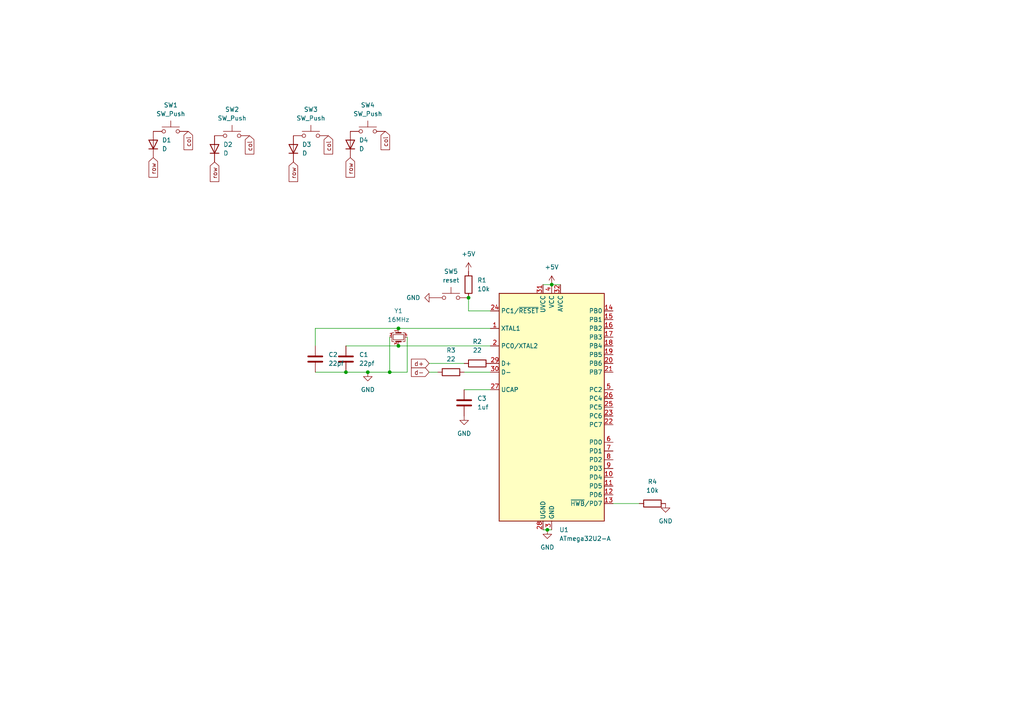
<source format=kicad_sch>
(kicad_sch (version 20230121) (generator eeschema)
  (paper "A4")
  (lib_symbols
    (symbol "Device:C" (pin_numbers hide) (pin_names (offset 0.254))
      (property "Reference" "C" (at 0.635 2.54 0))
      (property "Value" "C" (at 0.635 -2.54 0))
      (symbol "C_0_1"
        (polyline (pts (xy -2.032 -0.762) (xy 2.032 -0.762)) (stroke (width 0.508)))
        (polyline (pts (xy -2.032 0.762) (xy 2.032 0.762)) (stroke (width 0.508)))
      )
      (symbol "C_1_1"
        (pin passive line (at 0 3.81 270) (length 2.794) (name "~") (number "1"))
        (pin passive line (at 0 -3.81 90) (length 2.794) (name "~") (number "2"))
      )
    )
    (symbol "Device:Crystal_GND24_Small" (pin_names (offset 1.016) hide)
      (property "Reference" "Y" (at 1.27 4.445 0))
      (property "Value" "Crystal_GND24_Small" (at 1.27 2.54 0))
      (symbol "Crystal_GND24_Small_0_1"
        (rectangle (start -0.762 -1.524) (end 0.762 1.524))
        (polyline (pts (xy -1.27 -0.762) (xy -1.27 0.762)) (stroke (width 0.381)))
        (polyline (pts (xy 1.27 -0.762) (xy 1.27 0.762)) (stroke (width 0.381)))
        (polyline (pts (xy -1.27 -1.27) (xy -1.27 -1.905) (xy 1.27 -1.905) (xy 1.27 -1.27)))
        (polyline (pts (xy -1.27 1.27) (xy -1.27 1.905) (xy 1.27 1.905) (xy 1.27 1.27)))
      )
      (symbol "Crystal_GND24_Small_1_1"
        (pin passive line (at -2.54 0 0) (length 1.27) (name "1") (number "1"))
        (pin passive line (at 0 -2.54 90) (length 0.635) (name "2") (number "2"))
        (pin passive line (at 2.54 0 180) (length 1.27) (name "3") (number "3"))
        (pin passive line (at 0 2.54 270) (length 0.635) (name "4") (number "4"))
      )
    )
    (symbol "Device:D" (pin_numbers hide) (pin_names (offset 1.016) hide)
      (property "Reference" "D" (at 0 2.54 0))
      (property "Value" "D" (at 0 -2.54 0))
      (symbol "D_0_1"
        (polyline (pts (xy -1.27 1.27) (xy -1.27 -1.27)) (stroke (width 0.254)))
        (polyline (pts (xy 1.27 0) (xy -1.27 0)))
        (polyline (pts (xy 1.27 1.27) (xy 1.27 -1.27) (xy -1.27 0) (xy 1.27 1.27)) (stroke (width 0.254)))
      )
      (symbol "D_1_1"
        (pin passive line (at -3.81 0 0) (length 2.54) (name "K") (number "1"))
        (pin passive line (at 3.81 0 180) (length 2.54) (name "A") (number "2"))
      )
    )
    (symbol "Device:R" (pin_numbers hide) (pin_names (offset 0))
      (property "Reference" "R" (at 2.032 0 90))
      (property "Value" "R" (at 0 0 90))
      (symbol "R_0_1"
        (rectangle (start -1.016 -2.54) (end 1.016 2.54) (stroke (width 0.254)))
      )
      (symbol "R_1_1"
        (pin passive line (at 0 3.81 270) (length 1.27) (name "~") (number "1"))
        (pin passive line (at 0 -3.81 90) (length 1.27) (name "~") (number "2"))
      )
    )
    (symbol "MCU_Microchip_ATmega:ATmega32U2-A"
      (property "Reference" "U" (at -15.24 34.29 0))
      (property "Value" "ATmega32U2-A" (at 2.54 -34.29 0))
      (symbol "ATmega32U2-A_0_1"
        (rectangle (start -15.24 -33.02) (end 15.24 33.02) (stroke (width 0.254)) (fill (type background)))
      )
      (symbol "ATmega32U2-A_1_1"
        (pin input line (at -17.78 22.86 0) (length 2.54) (name "XTAL1") (number "1"))
        (pin bidirectional line (at 17.78 -20.32 180) (length 2.54) (name "PD4") (number "10"))
        (pin bidirectional line (at 17.78 -22.86 180) (length 2.54) (name "PD5") (number "11"))
        (pin bidirectional line (at 17.78 -25.4 180) (length 2.54) (name "PD6") (number "12"))
        (pin bidirectional line (at 17.78 -27.94 180) (length 2.54) (name "~{HWB}/PD7") (number "13"))
        (pin bidirectional line (at 17.78 27.94 180) (length 2.54) (name "PB0") (number "14"))
        (pin bidirectional line (at 17.78 25.4 180) (length 2.54) (name "PB1") (number "15"))
        (pin bidirectional line (at 17.78 22.86 180) (length 2.54) (name "PB2") (number "16"))
        (pin bidirectional line (at 17.78 20.32 180) (length 2.54) (name "PB3") (number "17"))
        (pin bidirectional line (at 17.78 17.78 180) (length 2.54) (name "PB4") (number "18"))
        (pin bidirectional line (at 17.78 15.24 180) (length 2.54) (name "PB5") (number "19"))
        (pin bidirectional line (at -17.78 17.78 0) (length 2.54) (name "PC0/XTAL2") (number "2"))
        (pin bidirectional line (at 17.78 12.7 180) (length 2.54) (name "PB6") (number "20"))
        (pin bidirectional line (at 17.78 10.16 180) (length 2.54) (name "PB7") (number "21"))
        (pin bidirectional line (at 17.78 -5.08 180) (length 2.54) (name "PC7") (number "22"))
        (pin bidirectional line (at 17.78 -2.54 180) (length 2.54) (name "PC6") (number "23"))
        (pin bidirectional line (at -17.78 27.94 0) (length 2.54) (name "PC1/~{RESET}") (number "24"))
        (pin bidirectional line (at 17.78 0 180) (length 2.54) (name "PC5") (number "25"))
        (pin bidirectional line (at 17.78 2.54 180) (length 2.54) (name "PC4") (number "26"))
        (pin passive line (at -17.78 5.08 0) (length 2.54) (name "UCAP") (number "27"))
        (pin power_in line (at -2.54 -35.56 90) (length 2.54) (name "UGND") (number "28"))
        (pin bidirectional line (at -17.78 12.7 0) (length 2.54) (name "D+") (number "29"))
        (pin power_in line (at 0 -35.56 90) (length 2.54) (name "GND") (number "3"))
        (pin bidirectional line (at -17.78 10.16 0) (length 2.54) (name "D-") (number "30"))
        (pin power_in line (at -2.54 35.56 270) (length 2.54) (name "UVCC") (number "31"))
        (pin power_in line (at 2.54 35.56 270) (length 2.54) (name "AVCC") (number "32"))
        (pin power_in line (at 0 35.56 270) (length 2.54) (name "VCC") (number "4"))
        (pin bidirectional line (at 17.78 5.08 180) (length 2.54) (name "PC2") (number "5"))
        (pin bidirectional line (at 17.78 -10.16 180) (length 2.54) (name "PD0") (number "6"))
        (pin bidirectional line (at 17.78 -12.7 180) (length 2.54) (name "PD1") (number "7"))
        (pin bidirectional line (at 17.78 -15.24 180) (length 2.54) (name "PD2") (number "8"))
        (pin bidirectional line (at 17.78 -17.78 180) (length 2.54) (name "PD3") (number "9"))
      )
    )
    (symbol "Switch:SW_Push" (pin_numbers hide) (pin_names (offset 1.016) hide)
      (property "Reference" "SW" (at 1.27 2.54 0))
      (property "Value" "SW_Push" (at 0 -1.524 0))
      (symbol "SW_Push_0_1"
        (circle (center -2.032 0) (radius 0.508))
        (polyline (pts (xy 0 1.27) (xy 0 3.048)))
        (polyline (pts (xy 2.54 1.27) (xy -2.54 1.27)))
        (circle (center 2.032 0) (radius 0.508))
        (pin passive line (at -5.08 0 0) (length 2.54) (name "1") (number "1"))
        (pin passive line (at 5.08 0 180) (length 2.54) (name "2") (number "2"))
      )
    )
    (symbol "power:+5V" (power) (pin_names (offset 0))
      (property "Value" "+5V" (at 0 3.556 0))
      (symbol "+5V_0_1"
        (polyline (pts (xy -0.762 1.27) (xy 0 2.54)))
        (polyline (pts (xy 0 0) (xy 0 2.54)))
        (polyline (pts (xy 0 2.54) (xy 0.762 1.27)))
      )
      (symbol "+5V_1_1"
        (pin power_in line (at 0 0 90) (length 0) hide (name "+5V") (number "1"))
      )
    )
    (symbol "power:GND" (power) (pin_names (offset 0))
      (property "Value" "GND" (at 0 -3.81 0))
      (symbol "GND_0_1"
        (polyline (pts (xy 0 0) (xy 0 -1.27) (xy 1.27 -1.27) (xy 0 -2.54) (xy -1.27 -1.27) (xy 0 -1.27)))
      )
      (symbol "GND_1_1"
        (pin power_in line (at 0 0 270) (length 0) hide (name "GND") (number "1"))
      )
    )
  )
  (junction (at 160.02 82.55))
  (junction (at 135.89 86.36))
  (junction (at 113.03 107.95))
  (junction (at 158.75 153.67))
  (junction (at 100.33 107.95))
  (junction (at 115.57 100.33))
  (junction (at 106.68 107.95))
  (junction (at 115.57 95.25))
  (wire (pts (xy 115.57 95.25) (xy 91.44 95.25)))
  (wire (pts (xy 134.62 113.03) (xy 142.24 113.03)))
  (wire (pts (xy 115.57 95.25) (xy 142.24 95.25)))
  (wire (pts (xy 135.89 90.17) (xy 142.24 90.17)))
  (wire (pts (xy 118.11 107.95) (xy 113.03 107.95)))
  (wire (pts (xy 91.44 107.95) (xy 100.33 107.95)))
  (wire (pts (xy 124.46 107.95) (xy 127 107.95)))
  (wire (pts (xy 100.33 107.95) (xy 106.68 107.95)))
  (wire (pts (xy 91.44 95.25) (xy 91.44 100.33)))
  (wire (pts (xy 106.68 107.95) (xy 113.03 107.95)))
  (wire (pts (xy 185.42 146.05) (xy 177.8 146.05)))
  (wire (pts (xy 157.48 82.55) (xy 160.02 82.55)))
  (wire (pts (xy 160.02 82.55) (xy 162.56 82.55)))
  (wire (pts (xy 118.11 97.79) (xy 118.11 107.95)))
  (wire (pts (xy 157.48 153.67) (xy 158.75 153.67)))
  (wire (pts (xy 134.62 107.95) (xy 142.24 107.95)))
  (wire (pts (xy 100.33 100.33) (xy 115.57 100.33)))
  (wire (pts (xy 115.57 100.33) (xy 142.24 100.33)))
  (wire (pts (xy 135.89 86.36) (xy 135.89 90.17)))
  (wire (pts (xy 124.46 105.41) (xy 134.62 105.41)))
  (wire (pts (xy 113.03 97.79) (xy 113.03 107.95)))
  (wire (pts (xy 158.75 153.67) (xy 160.02 153.67)))
  (global_label "row" (shape input) (at 44.45 45.72 270) (property "Intersheetrefs" "${INTERSHEET_REFS}" (effects hide)))
  (global_label "row" (shape input) (at 101.6 45.72 270) (property "Intersheetrefs" "${INTERSHEET_REFS}" (effects hide)))
  (global_label "row" (shape input) (at 85.09 46.99 270) (property "Intersheetrefs" "${INTERSHEET_REFS}" (effects hide)))
  (global_label "col" (shape input) (at 54.61 38.1 270) (property "Intersheetrefs" "${INTERSHEET_REFS}" (effects hide)))
  (global_label "col" (shape input) (at 72.39 39.37 270) (property "Intersheetrefs" "${INTERSHEET_REFS}" (effects hide)))
  (global_label "d-" (shape input) (at 124.46 107.95 180) (property "Intersheetrefs" "${INTERSHEET_REFS}" (effects hide)))
  (global_label "d+" (shape input) (at 124.46 105.41 180) (property "Intersheetrefs" "${INTERSHEET_REFS}" (effects hide)))
  (global_label "col" (shape input) (at 95.25 39.37 270) (property "Intersheetrefs" "${INTERSHEET_REFS}" (effects hide)))
  (global_label "row" (shape input) (at 62.23 46.99 270) (property "Intersheetrefs" "${INTERSHEET_REFS}" (effects hide)))
  (global_label "col" (shape input) (at 111.76 38.1 270) (property "Intersheetrefs" "${INTERSHEET_REFS}" (effects hide)))
  (symbol (lib_id "Device:D") (at 44.45 41.91 90) (unit 1)
    (property "Reference" "D1" (at 46.99 40.64 90) (effects (justify right)))
    (property "Value" "D" (at 46.99 43.18 90) (effects (justify right)))
    (property "Footprint" "Diode_SMD:D_SOD-123" (effects hide))
    (property "Sim.Device" "D" (effects hide))
    (property "Sim.Pins" "1=K 2=A" (effects hide))
  )
  (symbol (lib_id "Switch:SW_Push") (at 49.53 38.1 0) (unit 1)
    (property "Reference" "SW1" (at 49.53 30.48 0))
    (property "Value" "SW_Push" (at 49.53 33.02 0))
    (property "Footprint" "PCM_Switch_Keyboard_Hotswap_Kailh:SW_Hotswap_Kailh_MX_1.00u" (effects hide))
  )
  (symbol (lib_id "power:+5V") (at 135.89 78.74 0) (unit 1)
    (property "Reference" "#PWR05" (effects hide))
    (property "Value" "+5V" (at 135.89 73.66 0))
  )
  (symbol (lib_id "power:GND") (at 158.75 153.67 0) (unit 1)
    (property "Reference" "#PWR02" (effects hide))
    (property "Value" "GND" (at 158.75 158.75 0))
  )
  (symbol (lib_id "Device:C") (at 91.44 104.14 180) (unit 1)
    (property "Reference" "C2" (at 95.25 102.87 0) (effects (justify right)))
    (property "Value" "22pf" (at 95.25 105.41 0) (effects (justify right)))
    (property "Footprint" "Capacitor_SMD:C_0805_2012Metric" (effects hide))
  )
  (symbol (lib_id "Device:R") (at 189.23 146.05 90) (unit 1)
    (property "Reference" "R4" (at 189.23 139.7 90))
    (property "Value" "10k" (at 189.23 142.24 90))
    (property "Footprint" "Resistor_SMD:R_0805_2012Metric" (effects hide))
  )
  (symbol (lib_id "Device:R") (at 138.43 105.41 90) (unit 1)
    (property "Reference" "R2" (at 138.43 99.06 90))
    (property "Value" "22" (at 138.43 101.6 90))
    (property "Footprint" "Resistor_SMD:R_0805_2012Metric" (effects hide))
  )
  (symbol (lib_id "Device:R") (at 135.89 82.55 0) (unit 1)
    (property "Reference" "R1" (at 138.43 81.28 0) (effects (justify left)))
    (property "Value" "10k" (at 138.43 83.82 0) (effects (justify left)))
    (property "Footprint" "Resistor_SMD:R_0805_2012Metric" (effects hide))
  )
  (symbol (lib_id "power:GND") (at 106.68 107.95 0) (unit 1)
    (property "Reference" "#PWR03" (effects hide))
    (property "Value" "GND" (at 106.68 113.03 0))
  )
  (symbol (lib_id "MCU_Microchip_ATmega:ATmega32U2-A") (at 160.02 118.11 0) (unit 1)
    (property "Reference" "U1" (at 162.2141 153.67 0) (effects (justify left)))
    (property "Value" "ATmega32U2-A" (at 162.2141 156.21 0) (effects (justify left)))
    (property "Footprint" "Package_QFP:TQFP-32_7x7mm_P0.8mm" (effects hide))
    (property "Datasheet" "http://ww1.microchip.com/downloads/en/DeviceDoc/doc7799.pdf" (effects hide))
  )
  (symbol (lib_id "Device:D") (at 62.23 43.18 90) (unit 1)
    (property "Reference" "D2" (at 64.77 41.91 90) (effects (justify right)))
    (property "Value" "D" (at 64.77 44.45 90) (effects (justify right)))
    (property "Footprint" "Diode_SMD:D_SOD-123" (effects hide))
    (property "Sim.Device" "D" (effects hide))
    (property "Sim.Pins" "1=K 2=A" (effects hide))
  )
  (symbol (lib_id "Switch:SW_Push") (at 130.81 86.36 0) (unit 1)
    (property "Reference" "SW5" (at 130.81 78.74 0))
    (property "Value" "reset" (at 130.81 81.28 0))
  )
  (symbol (lib_id "Switch:SW_Push") (at 106.68 38.1 0) (unit 1)
    (property "Reference" "SW4" (at 106.68 30.48 0))
    (property "Value" "SW_Push" (at 106.68 33.02 0))
    (property "Footprint" "PCM_Switch_Keyboard_Hotswap_Kailh:SW_Hotswap_Kailh_MX_1.00u" (effects hide))
  )
  (symbol (lib_id "Device:C") (at 100.33 104.14 180) (unit 1)
    (property "Reference" "C1" (at 104.14 102.87 0) (effects (justify right)))
    (property "Value" "22pf" (at 104.14 105.41 0) (effects (justify right)))
    (property "Footprint" "Capacitor_SMD:C_0805_2012Metric" (effects hide))
  )
  (symbol (lib_id "Device:D") (at 101.6 41.91 90) (unit 1)
    (property "Reference" "D4" (at 104.14 40.64 90) (effects (justify right)))
    (property "Value" "D" (at 104.14 43.18 90) (effects (justify right)))
    (property "Footprint" "Diode_SMD:D_SOD-123" (effects hide))
    (property "Sim.Device" "D" (effects hide))
    (property "Sim.Pins" "1=K 2=A" (effects hide))
  )
  (symbol (lib_id "Switch:SW_Push") (at 90.17 39.37 0) (unit 1)
    (property "Reference" "SW3" (at 90.17 31.75 0))
    (property "Value" "SW_Push" (at 90.17 34.29 0))
    (property "Footprint" "PCM_Switch_Keyboard_Hotswap_Kailh:SW_Hotswap_Kailh_MX_1.00u" (effects hide))
  )
  (symbol (lib_id "Device:C") (at 134.62 116.84 180) (unit 1)
    (property "Reference" "C3" (at 138.43 115.57 0) (effects (justify right)))
    (property "Value" "1uf" (at 138.43 118.11 0) (effects (justify right)))
    (property "Footprint" "Capacitor_SMD:C_0805_2012Metric" (effects hide))
  )
  (symbol (lib_id "power:GND") (at 193.04 146.05 0) (unit 1)
    (property "Reference" "#PWR06" (effects hide))
    (property "Value" "GND" (at 193.04 151.13 0))
  )
  (symbol (lib_id "Device:D") (at 85.09 43.18 90) (unit 1)
    (property "Reference" "D3" (at 87.63 41.91 90) (effects (justify right)))
    (property "Value" "D" (at 87.63 44.45 90) (effects (justify right)))
    (property "Footprint" "Diode_SMD:D_SOD-123" (effects hide))
    (property "Sim.Device" "D" (effects hide))
    (property "Sim.Pins" "1=K 2=A" (effects hide))
  )
  (symbol (lib_id "power:GND") (at 134.62 120.65 0) (unit 1)
    (property "Reference" "#PWR07" (effects hide))
    (property "Value" "GND" (at 134.62 125.73 0))
  )
  (symbol (lib_id "Device:Crystal_GND24_Small") (at 115.57 97.79 270) (unit 1)
    (property "Reference" "Y1" (at 115.57 90.17 90))
    (property "Value" "16MHz" (at 115.57 92.71 90))
    (property "Footprint" "Crystal:Crystal_SMD_3225-4Pin_3.2x2.5mm" (effects hide))
  )
  (symbol (lib_id "power:+5V") (at 160.02 82.55 0) (unit 1)
    (property "Reference" "#PWR01" (effects hide))
    (property "Value" "+5V" (at 160.02 77.47 0))
  )
  (symbol (lib_id "Device:R") (at 130.81 107.95 90) (unit 1)
    (property "Reference" "R3" (at 130.81 101.6 90))
    (property "Value" "22" (at 130.81 104.14 90))
    (property "Footprint" "Resistor_SMD:R_0805_2012Metric" (effects hide))
  )
  (symbol (lib_id "Switch:SW_Push") (at 67.31 39.37 0) (unit 1)
    (property "Reference" "SW2" (at 67.31 31.75 0))
    (property "Value" "SW_Push" (at 67.31 34.29 0))
    (property "Footprint" "PCM_Switch_Keyboard_Hotswap_Kailh:SW_Hotswap_Kailh_MX_2.00u" (effects hide))
  )
  (symbol (lib_id "power:GND") (at 125.73 86.36 270) (unit 1)
    (property "Reference" "#PWR04" (effects hide))
    (property "Value" "GND" (at 121.92 86.36 90) (effects (justify right)))
  )
)
</source>
